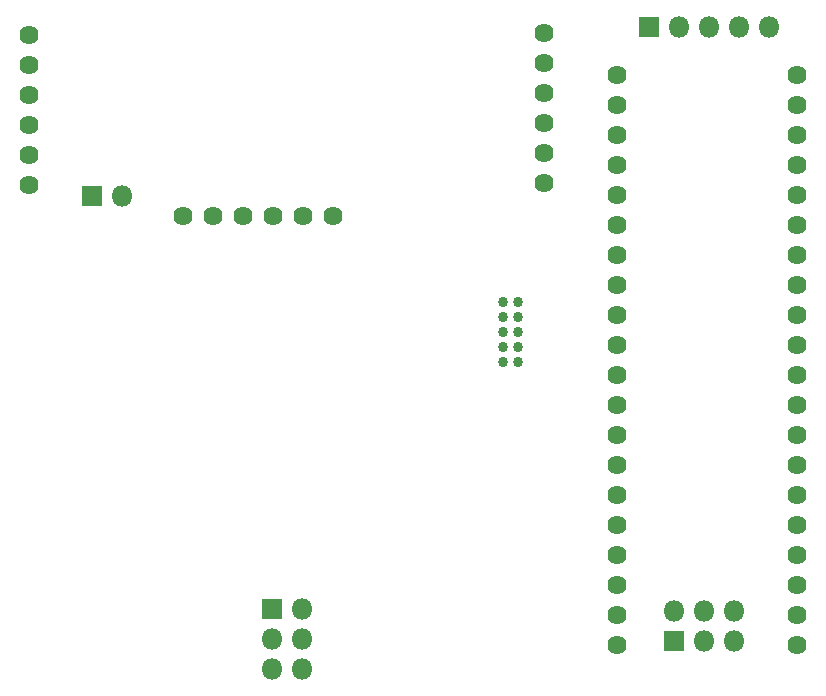
<source format=gts>
G04 #@! TF.GenerationSoftware,KiCad,Pcbnew,5.1.6-c6e7f7d~86~ubuntu19.10.1*
G04 #@! TF.CreationDate,2020-10-06T14:20:37+02:00*
G04 #@! TF.ProjectId,logair_diy,6c6f6761-6972-45f6-9469-792e6b696361,rev?*
G04 #@! TF.SameCoordinates,Original*
G04 #@! TF.FileFunction,Soldermask,Top*
G04 #@! TF.FilePolarity,Negative*
%FSLAX46Y46*%
G04 Gerber Fmt 4.6, Leading zero omitted, Abs format (unit mm)*
G04 Created by KiCad (PCBNEW 5.1.6-c6e7f7d~86~ubuntu19.10.1) date 2020-10-06 14:20:37*
%MOMM*%
%LPD*%
G01*
G04 APERTURE LIST*
%ADD10O,1.800000X1.800000*%
%ADD11R,1.800000X1.800000*%
%ADD12C,1.624000*%
%ADD13C,0.860000*%
G04 APERTURE END LIST*
D10*
G04 #@! TO.C,J3*
X128790000Y-118480000D03*
X126250000Y-118480000D03*
X128790000Y-115940000D03*
X126250000Y-115940000D03*
X128790000Y-113400000D03*
D11*
X126250000Y-113400000D03*
G04 #@! TD*
D12*
G04 #@! TO.C,U2*
X131410000Y-80150000D03*
X128870000Y-80150000D03*
X126330000Y-80150000D03*
X123790000Y-80150000D03*
X121250000Y-80150000D03*
X118710000Y-80150000D03*
G04 #@! TD*
G04 #@! TO.C,U3*
X105680000Y-64820000D03*
X105680000Y-67360000D03*
X105680000Y-69900000D03*
X105680000Y-72440000D03*
X105680000Y-74980000D03*
X105680000Y-77520000D03*
G04 #@! TD*
D10*
G04 #@! TO.C,J2*
X113490000Y-78450000D03*
D11*
X110950000Y-78450000D03*
G04 #@! TD*
D10*
G04 #@! TO.C,J1*
X165330000Y-113610000D03*
X165330000Y-116150000D03*
X162790000Y-113610000D03*
X162790000Y-116150000D03*
X160250000Y-113610000D03*
D11*
X160250000Y-116150000D03*
G04 #@! TD*
D13*
G04 #@! TO.C,U5*
X145765000Y-87460000D03*
X147035000Y-87460000D03*
X145765000Y-88730000D03*
X147035000Y-88730000D03*
X145765000Y-90000000D03*
X147035000Y-90000000D03*
X145765000Y-91270000D03*
X147035000Y-91270000D03*
X145765000Y-92540000D03*
X147035000Y-92540000D03*
G04 #@! TD*
D12*
G04 #@! TO.C,U4*
X149250000Y-77310000D03*
X149250000Y-74770000D03*
X149250000Y-72230000D03*
X149250000Y-69690000D03*
X149250000Y-67150000D03*
X149250000Y-64610000D03*
G04 #@! TD*
D11*
G04 #@! TO.C,GPS_conn_5pin1*
X158170000Y-64150000D03*
D10*
X160710000Y-64150000D03*
X163250000Y-64150000D03*
X165790000Y-64150000D03*
X168330000Y-64150000D03*
G04 #@! TD*
D12*
G04 #@! TO.C,U1*
X155460000Y-116470000D03*
X155460000Y-103770000D03*
X155460000Y-85990000D03*
X155460000Y-75830000D03*
X155460000Y-113930000D03*
X155460000Y-91070000D03*
X155460000Y-108850000D03*
X155460000Y-106310000D03*
X155460000Y-111390000D03*
X155460000Y-88530000D03*
X155460000Y-93610000D03*
X155460000Y-80910000D03*
X155460000Y-101230000D03*
X155460000Y-73290000D03*
X155460000Y-78370000D03*
X155460000Y-83450000D03*
X155460000Y-70750000D03*
X155460000Y-96150000D03*
X155460000Y-68210000D03*
X155460000Y-98690000D03*
X170700000Y-116470000D03*
X170700000Y-113930000D03*
X170700000Y-111390000D03*
X170700000Y-108850000D03*
X170700000Y-106310000D03*
X170700000Y-98690000D03*
X170700000Y-103770000D03*
X170700000Y-101230000D03*
X170700000Y-96150000D03*
X170700000Y-93610000D03*
X170700000Y-91070000D03*
X170700000Y-85990000D03*
X170700000Y-88530000D03*
X170700000Y-83450000D03*
X170700000Y-80910000D03*
X170700000Y-73290000D03*
X170700000Y-78370000D03*
X170700000Y-75830000D03*
X170700000Y-70750000D03*
X170700000Y-68210000D03*
G04 #@! TD*
M02*

</source>
